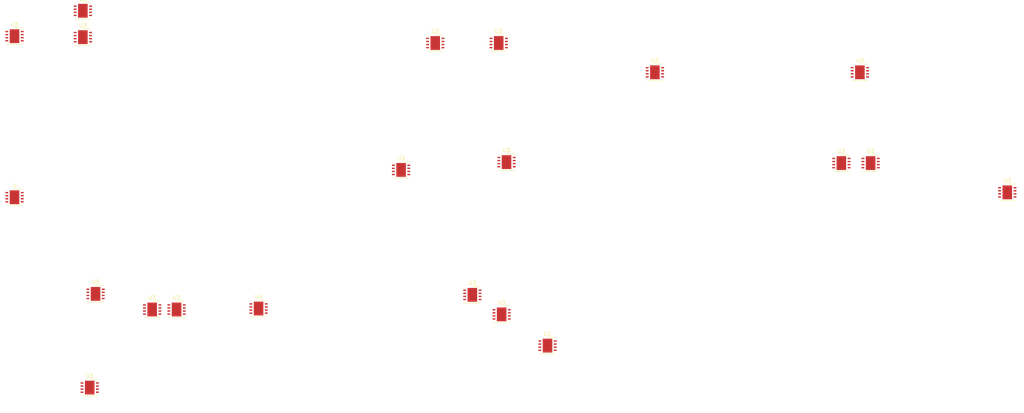
<source format=kicad_pcb>
(kicad_pcb (version 20171130) (host pcbnew "(5.1.6)-1")

  (general
    (thickness 1.6)
    (drawings 50)
    (tracks 0)
    (zones 0)
    (modules 21)
    (nets 27)
  )

  (page A4)
  (layers
    (0 F.Cu signal)
    (31 B.Cu signal hide)
    (32 B.Adhes user hide)
    (33 F.Adhes user hide)
    (34 B.Paste user hide)
    (35 F.Paste user hide)
    (36 B.SilkS user hide)
    (37 F.SilkS user hide)
    (38 B.Mask user hide)
    (39 F.Mask user hide)
    (40 Dwgs.User user)
    (41 Cmts.User user)
    (42 Eco1.User user hide)
    (43 Eco2.User user hide)
    (44 Edge.Cuts user hide)
    (45 Margin user hide)
    (46 B.CrtYd user hide)
    (47 F.CrtYd user)
    (48 B.Fab user hide)
    (49 F.Fab user)
  )

  (setup
    (last_trace_width 0.25)
    (trace_clearance 0.2)
    (zone_clearance 0.508)
    (zone_45_only no)
    (trace_min 0.2)
    (via_size 0.8)
    (via_drill 0.4)
    (via_min_size 0.4)
    (via_min_drill 0.3)
    (uvia_size 0.3)
    (uvia_drill 0.1)
    (uvias_allowed no)
    (uvia_min_size 0.2)
    (uvia_min_drill 0.1)
    (edge_width 0.05)
    (segment_width 0.2)
    (pcb_text_width 0.3)
    (pcb_text_size 1.5 1.5)
    (mod_edge_width 0.12)
    (mod_text_size 1 1)
    (mod_text_width 0.15)
    (pad_size 1.524 1.524)
    (pad_drill 0.762)
    (pad_to_mask_clearance 0.05)
    (aux_axis_origin 0 0)
    (visible_elements FFE2A027)
    (pcbplotparams
      (layerselection 0x010fc_ffffffff)
      (usegerberextensions false)
      (usegerberattributes true)
      (usegerberadvancedattributes true)
      (creategerberjobfile true)
      (excludeedgelayer true)
      (linewidth 0.100000)
      (plotframeref false)
      (viasonmask false)
      (mode 1)
      (useauxorigin false)
      (hpglpennumber 1)
      (hpglpenspeed 20)
      (hpglpendiameter 15.000000)
      (psnegative false)
      (psa4output false)
      (plotreference true)
      (plotvalue true)
      (plotinvisibletext false)
      (padsonsilk false)
      (subtractmaskfromsilk false)
      (outputformat 1)
      (mirror false)
      (drillshape 1)
      (scaleselection 1)
      (outputdirectory ""))
  )

  (net 0 "")
  (net 1 "Net-(U1-Pad6)")
  (net 2 "Net-(U1-Pad3)")
  (net 3 "Net-(U1-Pad5)")
  (net 4 "Net-(U1-Pad2)")
  (net 5 "Net-(U1-Pad4)")
  (net 6 "Net-(U1-Pad1)")
  (net 7 "Net-(U2-Pad3)")
  (net 8 "Net-(U2-Pad2)")
  (net 9 "Net-(U2-Pad4)")
  (net 10 "Net-(U2-Pad1)")
  (net 11 "Net-(U1-Pad~)")
  (net 12 "Net-(U2-Pad19)")
  (net 13 "Net-(U2-Pad18)")
  (net 14 "Net-(U2-Pad20)")
  (net 15 "Net-(U1-Pad8)")
  (net 16 "Net-(U2-Pad16)")
  (net 17 "Net-(U2-Pad25)")
  (net 18 "Net-(U4-Pad4)")
  (net 19 "Net-(U2-Pad26)")
  (net 20 "Net-(U4-Pad3)")
  (net 21 "Net-(U1-Pad7)")
  (net 22 "Net-(U2-Pad9)")
  (net 23 "Net-(U2-Pad8)")
  (net 24 H-ROUTER...)
  (net 25 "Net-(U2-Pad24)")
  (net 26 "Net-(U2-Pad17)")

  (net_class Default "This is the default net class."
    (clearance 0.2)
    (trace_width 0.25)
    (via_dia 0.8)
    (via_drill 0.4)
    (uvia_dia 0.3)
    (uvia_drill 0.1)
    (add_net H-ROUTER...)
    (add_net "Net-(U1-Pad1)")
    (add_net "Net-(U1-Pad2)")
    (add_net "Net-(U1-Pad3)")
    (add_net "Net-(U1-Pad4)")
    (add_net "Net-(U1-Pad5)")
    (add_net "Net-(U1-Pad6)")
    (add_net "Net-(U1-Pad7)")
    (add_net "Net-(U1-Pad8)")
    (add_net "Net-(U1-Pad~)")
    (add_net "Net-(U2-Pad1)")
    (add_net "Net-(U2-Pad16)")
    (add_net "Net-(U2-Pad17)")
    (add_net "Net-(U2-Pad18)")
    (add_net "Net-(U2-Pad19)")
    (add_net "Net-(U2-Pad2)")
    (add_net "Net-(U2-Pad20)")
    (add_net "Net-(U2-Pad24)")
    (add_net "Net-(U2-Pad25)")
    (add_net "Net-(U2-Pad26)")
    (add_net "Net-(U2-Pad3)")
    (add_net "Net-(U2-Pad4)")
    (add_net "Net-(U2-Pad8)")
    (add_net "Net-(U2-Pad9)")
    (add_net "Net-(U4-Pad3)")
    (add_net "Net-(U4-Pad4)")
  )

  (module Package_DFN_QFN:DFN-8-1EP_4x4mm_P0.8mm_EP2.5x3.6mm (layer F.Cu) (tedit 5EA4BE0B) (tstamp 5ED50530)
    (at 137.922 121.412)
    (descr "8-Lead Plastic Dual Flat, No Lead Package (MD) - 4x4x0.9 mm Body [DFN] (see Microchip Packaging Specification 00000049BS.pdf)")
    (tags "DFN 0.8")
    (path /5ED38158)
    (attr smd)
    (fp_text reference U3 (at 0 -3.075) (layer F.SilkS)
      (effects (font (size 1 1) (thickness 0.15)))
    )
    (fp_text value T (at 0 3.075) (layer F.Fab)
      (effects (font (size 1 1) (thickness 0.15)))
    )
    (fp_line (start 0 -2.15) (end 2 -2.15) (layer F.SilkS) (width 0.15))
    (fp_line (start -2 2.15) (end 2 2.15) (layer F.SilkS) (width 0.15))
    (fp_line (start -2.65 2.35) (end 2.65 2.35) (layer F.CrtYd) (width 0.05))
    (fp_line (start -2.65 -2.35) (end 2.65 -2.35) (layer F.CrtYd) (width 0.05))
    (fp_line (start 2.65 -2.35) (end 2.65 2.35) (layer F.CrtYd) (width 0.05))
    (fp_line (start -2.65 -2.35) (end -2.65 2.35) (layer F.CrtYd) (width 0.05))
    (fp_line (start -2 -1) (end -1 -2) (layer F.Fab) (width 0.15))
    (fp_line (start -2 2) (end -2 -1) (layer F.Fab) (width 0.15))
    (fp_line (start 2 2) (end -2 2) (layer F.Fab) (width 0.15))
    (fp_line (start 2 -2) (end 2 2) (layer F.Fab) (width 0.15))
    (fp_line (start -1 -2) (end 2 -2) (layer F.Fab) (width 0.15))
    (fp_text user %R (at 0 0) (layer F.Fab)
      (effects (font (size 1 1) (thickness 0.15)))
    )
    (pad 1 smd rect (at -2 -1.2) (size 0.75 0.35) (layers F.Cu F.Paste F.Mask))
    (pad 2 smd rect (at -2 -0.4) (size 0.75 0.35) (layers F.Cu F.Paste F.Mask))
    (pad 3 smd rect (at -2 0.4) (size 0.75 0.35) (layers F.Cu F.Paste F.Mask))
    (pad 4 smd rect (at -2 1.2) (size 0.75 0.35) (layers F.Cu F.Paste F.Mask))
    (pad 5 smd rect (at 2 1.2) (size 0.75 0.35) (layers F.Cu F.Paste F.Mask))
    (pad 6 smd rect (at 2 0.4) (size 0.75 0.35) (layers F.Cu F.Paste F.Mask))
    (pad 7 smd rect (at 2 -0.4) (size 0.75 0.35) (layers F.Cu F.Paste F.Mask))
    (pad 8 smd rect (at 2 -1.2) (size 0.75 0.35) (layers F.Cu F.Paste F.Mask))
    (pad "" smd rect (at -0.625 -1.2) (size 1 1) (layers F.Paste))
    (pad 9 smd rect (at 0 0) (size 2.5 3.6) (layers F.Cu F.Mask))
    (pad "" smd rect (at 0.625 -1.2) (size 1 1) (layers F.Paste))
    (pad "" smd rect (at 0.625 0) (size 1 1) (layers F.Paste))
    (pad "" smd rect (at -0.625 0) (size 1 1) (layers F.Paste))
    (pad "" smd rect (at 0.625 1.2) (size 1 1) (layers F.Paste))
    (pad "" smd rect (at -0.625 1.2) (size 1 1) (layers F.Paste))
    (model ${KISYS3DMOD}/Package_DFN_QFN.3dshapes/DFN-8-1EP_4x4mm_P0.8mm_EP2.5x3.6mm.wrl
      (at (xyz 0 0 0))
      (scale (xyz 1 1 1))
      (rotate (xyz 0 0 0))
    )
  )

  (module Package_DFN_QFN:DFN-8-1EP_4x4mm_P0.8mm_EP2.5x3.6mm (layer F.Cu) (tedit 5EA4BE0B) (tstamp 5ED5041D)
    (at 241.554 87.122)
    (descr "8-Lead Plastic Dual Flat, No Lead Package (MD) - 4x4x0.9 mm Body [DFN] (see Microchip Packaging Specification 00000049BS.pdf)")
    (tags "DFN 0.8")
    (path /5ED38158)
    (attr smd)
    (fp_text reference U3 (at 0 -3.075) (layer F.SilkS)
      (effects (font (size 1 1) (thickness 0.15)))
    )
    (fp_text value R (at 0 3.075) (layer F.Fab)
      (effects (font (size 1 1) (thickness 0.15)))
    )
    (fp_line (start 0 -2.15) (end 2 -2.15) (layer F.SilkS) (width 0.15))
    (fp_line (start -2 2.15) (end 2 2.15) (layer F.SilkS) (width 0.15))
    (fp_line (start -2.65 2.35) (end 2.65 2.35) (layer F.CrtYd) (width 0.05))
    (fp_line (start -2.65 -2.35) (end 2.65 -2.35) (layer F.CrtYd) (width 0.05))
    (fp_line (start 2.65 -2.35) (end 2.65 2.35) (layer F.CrtYd) (width 0.05))
    (fp_line (start -2.65 -2.35) (end -2.65 2.35) (layer F.CrtYd) (width 0.05))
    (fp_line (start -2 -1) (end -1 -2) (layer F.Fab) (width 0.15))
    (fp_line (start -2 2) (end -2 -1) (layer F.Fab) (width 0.15))
    (fp_line (start 2 2) (end -2 2) (layer F.Fab) (width 0.15))
    (fp_line (start 2 -2) (end 2 2) (layer F.Fab) (width 0.15))
    (fp_line (start -1 -2) (end 2 -2) (layer F.Fab) (width 0.15))
    (fp_text user %R (at 0 0) (layer F.Fab)
      (effects (font (size 1 1) (thickness 0.15)))
    )
    (pad 1 smd rect (at -2 -1.2) (size 0.75 0.35) (layers F.Cu F.Paste F.Mask))
    (pad 2 smd rect (at -2 -0.4) (size 0.75 0.35) (layers F.Cu F.Paste F.Mask))
    (pad 3 smd rect (at -2 0.4) (size 0.75 0.35) (layers F.Cu F.Paste F.Mask))
    (pad 4 smd rect (at -2 1.2) (size 0.75 0.35) (layers F.Cu F.Paste F.Mask))
    (pad 5 smd rect (at 2 1.2) (size 0.75 0.35) (layers F.Cu F.Paste F.Mask))
    (pad 6 smd rect (at 2 0.4) (size 0.75 0.35) (layers F.Cu F.Paste F.Mask))
    (pad 7 smd rect (at 2 -0.4) (size 0.75 0.35) (layers F.Cu F.Paste F.Mask))
    (pad 8 smd rect (at 2 -1.2) (size 0.75 0.35) (layers F.Cu F.Paste F.Mask))
    (pad "" smd rect (at -0.625 -1.2) (size 1 1) (layers F.Paste))
    (pad 9 smd rect (at 0 0) (size 2.5 3.6) (layers F.Cu F.Mask))
    (pad "" smd rect (at 0.625 -1.2) (size 1 1) (layers F.Paste))
    (pad "" smd rect (at 0.625 0) (size 1 1) (layers F.Paste))
    (pad "" smd rect (at -0.625 0) (size 1 1) (layers F.Paste))
    (pad "" smd rect (at 0.625 1.2) (size 1 1) (layers F.Paste))
    (pad "" smd rect (at -0.625 1.2) (size 1 1) (layers F.Paste))
    (model ${KISYS3DMOD}/Package_DFN_QFN.3dshapes/DFN-8-1EP_4x4mm_P0.8mm_EP2.5x3.6mm.wrl
      (at (xyz 0 0 0))
      (scale (xyz 1 1 1))
      (rotate (xyz 0 0 0))
    )
  )

  (module Package_DFN_QFN:DFN-8-1EP_4x4mm_P0.8mm_EP2.5x3.6mm (layer F.Cu) (tedit 5EA4BE0B) (tstamp 5ED5041D)
    (at 277.114 94.742)
    (descr "8-Lead Plastic Dual Flat, No Lead Package (MD) - 4x4x0.9 mm Body [DFN] (see Microchip Packaging Specification 00000049BS.pdf)")
    (tags "DFN 0.8")
    (path /5ED38158)
    (attr smd)
    (fp_text reference U3 (at 0 -3.075) (layer F.SilkS)
      (effects (font (size 1 1) (thickness 0.15)))
    )
    (fp_text value S (at 0 3.075) (layer F.Fab)
      (effects (font (size 1 1) (thickness 0.15)))
    )
    (fp_line (start 0 -2.15) (end 2 -2.15) (layer F.SilkS) (width 0.15))
    (fp_line (start -2 2.15) (end 2 2.15) (layer F.SilkS) (width 0.15))
    (fp_line (start -2.65 2.35) (end 2.65 2.35) (layer F.CrtYd) (width 0.05))
    (fp_line (start -2.65 -2.35) (end 2.65 -2.35) (layer F.CrtYd) (width 0.05))
    (fp_line (start 2.65 -2.35) (end 2.65 2.35) (layer F.CrtYd) (width 0.05))
    (fp_line (start -2.65 -2.35) (end -2.65 2.35) (layer F.CrtYd) (width 0.05))
    (fp_line (start -2 -1) (end -1 -2) (layer F.Fab) (width 0.15))
    (fp_line (start -2 2) (end -2 -1) (layer F.Fab) (width 0.15))
    (fp_line (start 2 2) (end -2 2) (layer F.Fab) (width 0.15))
    (fp_line (start 2 -2) (end 2 2) (layer F.Fab) (width 0.15))
    (fp_line (start -1 -2) (end 2 -2) (layer F.Fab) (width 0.15))
    (fp_text user %R (at 0 0) (layer F.Fab)
      (effects (font (size 1 1) (thickness 0.15)))
    )
    (pad 1 smd rect (at -2 -1.2) (size 0.75 0.35) (layers F.Cu F.Paste F.Mask))
    (pad 2 smd rect (at -2 -0.4) (size 0.75 0.35) (layers F.Cu F.Paste F.Mask))
    (pad 3 smd rect (at -2 0.4) (size 0.75 0.35) (layers F.Cu F.Paste F.Mask))
    (pad 4 smd rect (at -2 1.2) (size 0.75 0.35) (layers F.Cu F.Paste F.Mask))
    (pad 5 smd rect (at 2 1.2) (size 0.75 0.35) (layers F.Cu F.Paste F.Mask))
    (pad 6 smd rect (at 2 0.4) (size 0.75 0.35) (layers F.Cu F.Paste F.Mask))
    (pad 7 smd rect (at 2 -0.4) (size 0.75 0.35) (layers F.Cu F.Paste F.Mask))
    (pad 8 smd rect (at 2 -1.2) (size 0.75 0.35) (layers F.Cu F.Paste F.Mask))
    (pad "" smd rect (at -0.625 -1.2) (size 1 1) (layers F.Paste))
    (pad 9 smd rect (at 0 0) (size 2.5 3.6) (layers F.Cu F.Mask))
    (pad "" smd rect (at 0.625 -1.2) (size 1 1) (layers F.Paste))
    (pad "" smd rect (at 0.625 0) (size 1 1) (layers F.Paste))
    (pad "" smd rect (at -0.625 0) (size 1 1) (layers F.Paste))
    (pad "" smd rect (at 0.625 1.2) (size 1 1) (layers F.Paste))
    (pad "" smd rect (at -0.625 1.2) (size 1 1) (layers F.Paste))
    (model ${KISYS3DMOD}/Package_DFN_QFN.3dshapes/DFN-8-1EP_4x4mm_P0.8mm_EP2.5x3.6mm.wrl
      (at (xyz 0 0 0))
      (scale (xyz 1 1 1))
      (rotate (xyz 0 0 0))
    )
  )

  (module Package_DFN_QFN:DFN-8-1EP_4x4mm_P0.8mm_EP2.5x3.6mm (layer F.Cu) (tedit 5EA4BE0B) (tstamp 5ED4FA1C)
    (at 38.354 145.542)
    (descr "8-Lead Plastic Dual Flat, No Lead Package (MD) - 4x4x0.9 mm Body [DFN] (see Microchip Packaging Specification 00000049BS.pdf)")
    (tags "DFN 0.8")
    (path /5ED38158)
    (attr smd)
    (fp_text reference U3 (at 0 -3.075) (layer F.SilkS)
      (effects (font (size 1 1) (thickness 0.15)))
    )
    (fp_text value Q (at 0 3.075) (layer F.Fab)
      (effects (font (size 1 1) (thickness 0.15)))
    )
    (fp_line (start 0 -2.15) (end 2 -2.15) (layer F.SilkS) (width 0.15))
    (fp_line (start -2 2.15) (end 2 2.15) (layer F.SilkS) (width 0.15))
    (fp_line (start -2.65 2.35) (end 2.65 2.35) (layer F.CrtYd) (width 0.05))
    (fp_line (start -2.65 -2.35) (end 2.65 -2.35) (layer F.CrtYd) (width 0.05))
    (fp_line (start 2.65 -2.35) (end 2.65 2.35) (layer F.CrtYd) (width 0.05))
    (fp_line (start -2.65 -2.35) (end -2.65 2.35) (layer F.CrtYd) (width 0.05))
    (fp_line (start -2 -1) (end -1 -2) (layer F.Fab) (width 0.15))
    (fp_line (start -2 2) (end -2 -1) (layer F.Fab) (width 0.15))
    (fp_line (start 2 2) (end -2 2) (layer F.Fab) (width 0.15))
    (fp_line (start 2 -2) (end 2 2) (layer F.Fab) (width 0.15))
    (fp_line (start -1 -2) (end 2 -2) (layer F.Fab) (width 0.15))
    (fp_text user %R (at 0 0) (layer F.Fab)
      (effects (font (size 1 1) (thickness 0.15)))
    )
    (pad "" smd rect (at -0.625 1.2) (size 1 1) (layers F.Paste))
    (pad "" smd rect (at 0.625 1.2) (size 1 1) (layers F.Paste))
    (pad "" smd rect (at -0.625 0) (size 1 1) (layers F.Paste))
    (pad "" smd rect (at 0.625 0) (size 1 1) (layers F.Paste))
    (pad "" smd rect (at 0.625 -1.2) (size 1 1) (layers F.Paste))
    (pad 9 smd rect (at 0 0) (size 2.5 3.6) (layers F.Cu F.Mask))
    (pad "" smd rect (at -0.625 -1.2) (size 1 1) (layers F.Paste))
    (pad 8 smd rect (at 2 -1.2) (size 0.75 0.35) (layers F.Cu F.Paste F.Mask))
    (pad 7 smd rect (at 2 -0.4) (size 0.75 0.35) (layers F.Cu F.Paste F.Mask))
    (pad 6 smd rect (at 2 0.4) (size 0.75 0.35) (layers F.Cu F.Paste F.Mask))
    (pad 5 smd rect (at 2 1.2) (size 0.75 0.35) (layers F.Cu F.Paste F.Mask))
    (pad 4 smd rect (at -2 1.2) (size 0.75 0.35) (layers F.Cu F.Paste F.Mask))
    (pad 3 smd rect (at -2 0.4) (size 0.75 0.35) (layers F.Cu F.Paste F.Mask))
    (pad 2 smd rect (at -2 -0.4) (size 0.75 0.35) (layers F.Cu F.Paste F.Mask))
    (pad 1 smd rect (at -2 -1.2) (size 0.75 0.35) (layers F.Cu F.Paste F.Mask))
    (model ${KISYS3DMOD}/Package_DFN_QFN.3dshapes/DFN-8-1EP_4x4mm_P0.8mm_EP2.5x3.6mm.wrl
      (at (xyz 0 0 0))
      (scale (xyz 1 1 1))
      (rotate (xyz 0 0 0))
    )
  )

  (module Package_DFN_QFN:DFN-8-1EP_4x4mm_P0.8mm_EP2.5x3.6mm (layer F.Cu) (tedit 5EA4BE0B) (tstamp 5ED501C1)
    (at 119.38 88.9)
    (descr "8-Lead Plastic Dual Flat, No Lead Package (MD) - 4x4x0.9 mm Body [DFN] (see Microchip Packaging Specification 00000049BS.pdf)")
    (tags "DFN 0.8")
    (path /5ED38158)
    (attr smd)
    (fp_text reference U3 (at 0 -3.075) (layer F.SilkS)
      (effects (font (size 1 1) (thickness 0.15)))
    )
    (fp_text value P (at 0 3.075) (layer F.Fab)
      (effects (font (size 1 1) (thickness 0.15)))
    )
    (fp_line (start 0 -2.15) (end 2 -2.15) (layer F.SilkS) (width 0.15))
    (fp_line (start -2 2.15) (end 2 2.15) (layer F.SilkS) (width 0.15))
    (fp_line (start -2.65 2.35) (end 2.65 2.35) (layer F.CrtYd) (width 0.05))
    (fp_line (start -2.65 -2.35) (end 2.65 -2.35) (layer F.CrtYd) (width 0.05))
    (fp_line (start 2.65 -2.35) (end 2.65 2.35) (layer F.CrtYd) (width 0.05))
    (fp_line (start -2.65 -2.35) (end -2.65 2.35) (layer F.CrtYd) (width 0.05))
    (fp_line (start -2 -1) (end -1 -2) (layer F.Fab) (width 0.15))
    (fp_line (start -2 2) (end -2 -1) (layer F.Fab) (width 0.15))
    (fp_line (start 2 2) (end -2 2) (layer F.Fab) (width 0.15))
    (fp_line (start 2 -2) (end 2 2) (layer F.Fab) (width 0.15))
    (fp_line (start -1 -2) (end 2 -2) (layer F.Fab) (width 0.15))
    (fp_text user %R (at 0 0) (layer F.Fab)
      (effects (font (size 1 1) (thickness 0.15)))
    )
    (pad "" smd rect (at -0.625 1.2) (size 1 1) (layers F.Paste))
    (pad "" smd rect (at 0.625 1.2) (size 1 1) (layers F.Paste))
    (pad "" smd rect (at -0.625 0) (size 1 1) (layers F.Paste))
    (pad "" smd rect (at 0.625 0) (size 1 1) (layers F.Paste))
    (pad "" smd rect (at 0.625 -1.2) (size 1 1) (layers F.Paste))
    (pad 9 smd rect (at 0 0) (size 2.5 3.6) (layers F.Cu F.Mask))
    (pad "" smd rect (at -0.625 -1.2) (size 1 1) (layers F.Paste))
    (pad 8 smd rect (at 2 -1.2) (size 0.75 0.35) (layers F.Cu F.Paste F.Mask))
    (pad 7 smd rect (at 2 -0.4) (size 0.75 0.35) (layers F.Cu F.Paste F.Mask))
    (pad 6 smd rect (at 2 0.4) (size 0.75 0.35) (layers F.Cu F.Paste F.Mask))
    (pad 5 smd rect (at 2 1.2) (size 0.75 0.35) (layers F.Cu F.Paste F.Mask))
    (pad 4 smd rect (at -2 1.2) (size 0.75 0.35) (layers F.Cu F.Paste F.Mask))
    (pad 3 smd rect (at -2 0.4) (size 0.75 0.35) (layers F.Cu F.Paste F.Mask))
    (pad 2 smd rect (at -2 -0.4) (size 0.75 0.35) (layers F.Cu F.Paste F.Mask))
    (pad 1 smd rect (at -2 -1.2) (size 0.75 0.35) (layers F.Cu F.Paste F.Mask))
    (model ${KISYS3DMOD}/Package_DFN_QFN.3dshapes/DFN-8-1EP_4x4mm_P0.8mm_EP2.5x3.6mm.wrl
      (at (xyz 0 0 0))
      (scale (xyz 1 1 1))
      (rotate (xyz 0 0 0))
    )
  )

  (module Package_DFN_QFN:DFN-8-1EP_4x4mm_P0.8mm_EP2.5x3.6mm (layer F.Cu) (tedit 5EA4BE0B) (tstamp 5ED4FA1C)
    (at 144.78 55.88)
    (descr "8-Lead Plastic Dual Flat, No Lead Package (MD) - 4x4x0.9 mm Body [DFN] (see Microchip Packaging Specification 00000049BS.pdf)")
    (tags "DFN 0.8")
    (path /5ED38158)
    (attr smd)
    (fp_text reference U3 (at 0 -3.075) (layer F.SilkS)
      (effects (font (size 1 1) (thickness 0.15)))
    )
    (fp_text value O (at 0 3.075) (layer F.Fab)
      (effects (font (size 1 1) (thickness 0.15)))
    )
    (fp_line (start 0 -2.15) (end 2 -2.15) (layer F.SilkS) (width 0.15))
    (fp_line (start -2 2.15) (end 2 2.15) (layer F.SilkS) (width 0.15))
    (fp_line (start -2.65 2.35) (end 2.65 2.35) (layer F.CrtYd) (width 0.05))
    (fp_line (start -2.65 -2.35) (end 2.65 -2.35) (layer F.CrtYd) (width 0.05))
    (fp_line (start 2.65 -2.35) (end 2.65 2.35) (layer F.CrtYd) (width 0.05))
    (fp_line (start -2.65 -2.35) (end -2.65 2.35) (layer F.CrtYd) (width 0.05))
    (fp_line (start -2 -1) (end -1 -2) (layer F.Fab) (width 0.15))
    (fp_line (start -2 2) (end -2 -1) (layer F.Fab) (width 0.15))
    (fp_line (start 2 2) (end -2 2) (layer F.Fab) (width 0.15))
    (fp_line (start 2 -2) (end 2 2) (layer F.Fab) (width 0.15))
    (fp_line (start -1 -2) (end 2 -2) (layer F.Fab) (width 0.15))
    (fp_text user %R (at 0 0) (layer F.Fab)
      (effects (font (size 1 1) (thickness 0.15)))
    )
    (pad "" smd rect (at -0.625 1.2) (size 1 1) (layers F.Paste))
    (pad "" smd rect (at 0.625 1.2) (size 1 1) (layers F.Paste))
    (pad "" smd rect (at -0.625 0) (size 1 1) (layers F.Paste))
    (pad "" smd rect (at 0.625 0) (size 1 1) (layers F.Paste))
    (pad "" smd rect (at 0.625 -1.2) (size 1 1) (layers F.Paste))
    (pad 9 smd rect (at 0 0) (size 2.5 3.6) (layers F.Cu F.Mask))
    (pad "" smd rect (at -0.625 -1.2) (size 1 1) (layers F.Paste))
    (pad 8 smd rect (at 2 -1.2) (size 0.75 0.35) (layers F.Cu F.Paste F.Mask))
    (pad 7 smd rect (at 2 -0.4) (size 0.75 0.35) (layers F.Cu F.Paste F.Mask))
    (pad 6 smd rect (at 2 0.4) (size 0.75 0.35) (layers F.Cu F.Paste F.Mask))
    (pad 5 smd rect (at 2 1.2) (size 0.75 0.35) (layers F.Cu F.Paste F.Mask))
    (pad 4 smd rect (at -2 1.2) (size 0.75 0.35) (layers F.Cu F.Paste F.Mask))
    (pad 3 smd rect (at -2 0.4) (size 0.75 0.35) (layers F.Cu F.Paste F.Mask))
    (pad 2 smd rect (at -2 -0.4) (size 0.75 0.35) (layers F.Cu F.Paste F.Mask))
    (pad 1 smd rect (at -2 -1.2) (size 0.75 0.35) (layers F.Cu F.Paste F.Mask))
    (model ${KISYS3DMOD}/Package_DFN_QFN.3dshapes/DFN-8-1EP_4x4mm_P0.8mm_EP2.5x3.6mm.wrl
      (at (xyz 0 0 0))
      (scale (xyz 1 1 1))
      (rotate (xyz 0 0 0))
    )
  )

  (module Package_DFN_QFN:DFN-8-1EP_4x4mm_P0.8mm_EP2.5x3.6mm (layer F.Cu) (tedit 5EA4BE0B) (tstamp 5ED4FA1C)
    (at 238.76 63.5)
    (descr "8-Lead Plastic Dual Flat, No Lead Package (MD) - 4x4x0.9 mm Body [DFN] (see Microchip Packaging Specification 00000049BS.pdf)")
    (tags "DFN 0.8")
    (path /5ED38158)
    (attr smd)
    (fp_text reference U3 (at 0 -3.075) (layer F.SilkS)
      (effects (font (size 1 1) (thickness 0.15)))
    )
    (fp_text value N (at 0 3.075) (layer F.Fab)
      (effects (font (size 1 1) (thickness 0.15)))
    )
    (fp_line (start 0 -2.15) (end 2 -2.15) (layer F.SilkS) (width 0.15))
    (fp_line (start -2 2.15) (end 2 2.15) (layer F.SilkS) (width 0.15))
    (fp_line (start -2.65 2.35) (end 2.65 2.35) (layer F.CrtYd) (width 0.05))
    (fp_line (start -2.65 -2.35) (end 2.65 -2.35) (layer F.CrtYd) (width 0.05))
    (fp_line (start 2.65 -2.35) (end 2.65 2.35) (layer F.CrtYd) (width 0.05))
    (fp_line (start -2.65 -2.35) (end -2.65 2.35) (layer F.CrtYd) (width 0.05))
    (fp_line (start -2 -1) (end -1 -2) (layer F.Fab) (width 0.15))
    (fp_line (start -2 2) (end -2 -1) (layer F.Fab) (width 0.15))
    (fp_line (start 2 2) (end -2 2) (layer F.Fab) (width 0.15))
    (fp_line (start 2 -2) (end 2 2) (layer F.Fab) (width 0.15))
    (fp_line (start -1 -2) (end 2 -2) (layer F.Fab) (width 0.15))
    (fp_text user %R (at 0 0) (layer F.Fab)
      (effects (font (size 1 1) (thickness 0.15)))
    )
    (pad "" smd rect (at -0.625 1.2) (size 1 1) (layers F.Paste))
    (pad "" smd rect (at 0.625 1.2) (size 1 1) (layers F.Paste))
    (pad "" smd rect (at -0.625 0) (size 1 1) (layers F.Paste))
    (pad "" smd rect (at 0.625 0) (size 1 1) (layers F.Paste))
    (pad "" smd rect (at 0.625 -1.2) (size 1 1) (layers F.Paste))
    (pad 9 smd rect (at 0 0) (size 2.5 3.6) (layers F.Cu F.Mask))
    (pad "" smd rect (at -0.625 -1.2) (size 1 1) (layers F.Paste))
    (pad 8 smd rect (at 2 -1.2) (size 0.75 0.35) (layers F.Cu F.Paste F.Mask))
    (pad 7 smd rect (at 2 -0.4) (size 0.75 0.35) (layers F.Cu F.Paste F.Mask))
    (pad 6 smd rect (at 2 0.4) (size 0.75 0.35) (layers F.Cu F.Paste F.Mask))
    (pad 5 smd rect (at 2 1.2) (size 0.75 0.35) (layers F.Cu F.Paste F.Mask))
    (pad 4 smd rect (at -2 1.2) (size 0.75 0.35) (layers F.Cu F.Paste F.Mask))
    (pad 3 smd rect (at -2 0.4) (size 0.75 0.35) (layers F.Cu F.Paste F.Mask))
    (pad 2 smd rect (at -2 -0.4) (size 0.75 0.35) (layers F.Cu F.Paste F.Mask))
    (pad 1 smd rect (at -2 -1.2) (size 0.75 0.35) (layers F.Cu F.Paste F.Mask))
    (model ${KISYS3DMOD}/Package_DFN_QFN.3dshapes/DFN-8-1EP_4x4mm_P0.8mm_EP2.5x3.6mm.wrl
      (at (xyz 0 0 0))
      (scale (xyz 1 1 1))
      (rotate (xyz 0 0 0))
    )
  )

  (module Package_DFN_QFN:DFN-8-1EP_4x4mm_P0.8mm_EP2.5x3.6mm (layer F.Cu) (tedit 5EA4BE0B) (tstamp 5ED503E0)
    (at 233.934 87.122)
    (descr "8-Lead Plastic Dual Flat, No Lead Package (MD) - 4x4x0.9 mm Body [DFN] (see Microchip Packaging Specification 00000049BS.pdf)")
    (tags "DFN 0.8")
    (path /5ED38158)
    (attr smd)
    (fp_text reference U3 (at 0 -3.075) (layer F.SilkS)
      (effects (font (size 1 1) (thickness 0.15)))
    )
    (fp_text value M (at 0 3.075) (layer F.Fab)
      (effects (font (size 1 1) (thickness 0.15)))
    )
    (fp_line (start 0 -2.15) (end 2 -2.15) (layer F.SilkS) (width 0.15))
    (fp_line (start -2 2.15) (end 2 2.15) (layer F.SilkS) (width 0.15))
    (fp_line (start -2.65 2.35) (end 2.65 2.35) (layer F.CrtYd) (width 0.05))
    (fp_line (start -2.65 -2.35) (end 2.65 -2.35) (layer F.CrtYd) (width 0.05))
    (fp_line (start 2.65 -2.35) (end 2.65 2.35) (layer F.CrtYd) (width 0.05))
    (fp_line (start -2.65 -2.35) (end -2.65 2.35) (layer F.CrtYd) (width 0.05))
    (fp_line (start -2 -1) (end -1 -2) (layer F.Fab) (width 0.15))
    (fp_line (start -2 2) (end -2 -1) (layer F.Fab) (width 0.15))
    (fp_line (start 2 2) (end -2 2) (layer F.Fab) (width 0.15))
    (fp_line (start 2 -2) (end 2 2) (layer F.Fab) (width 0.15))
    (fp_line (start -1 -2) (end 2 -2) (layer F.Fab) (width 0.15))
    (fp_text user %R (at 0 0) (layer F.Fab)
      (effects (font (size 1 1) (thickness 0.15)))
    )
    (pad "" smd rect (at -0.625 1.2) (size 1 1) (layers F.Paste))
    (pad "" smd rect (at 0.625 1.2) (size 1 1) (layers F.Paste))
    (pad "" smd rect (at -0.625 0) (size 1 1) (layers F.Paste))
    (pad "" smd rect (at 0.625 0) (size 1 1) (layers F.Paste))
    (pad "" smd rect (at 0.625 -1.2) (size 1 1) (layers F.Paste))
    (pad 9 smd rect (at 0 0) (size 2.5 3.6) (layers F.Cu F.Mask))
    (pad "" smd rect (at -0.625 -1.2) (size 1 1) (layers F.Paste))
    (pad 8 smd rect (at 2 -1.2) (size 0.75 0.35) (layers F.Cu F.Paste F.Mask))
    (pad 7 smd rect (at 2 -0.4) (size 0.75 0.35) (layers F.Cu F.Paste F.Mask))
    (pad 6 smd rect (at 2 0.4) (size 0.75 0.35) (layers F.Cu F.Paste F.Mask))
    (pad 5 smd rect (at 2 1.2) (size 0.75 0.35) (layers F.Cu F.Paste F.Mask))
    (pad 4 smd rect (at -2 1.2) (size 0.75 0.35) (layers F.Cu F.Paste F.Mask))
    (pad 3 smd rect (at -2 0.4) (size 0.75 0.35) (layers F.Cu F.Paste F.Mask))
    (pad 2 smd rect (at -2 -0.4) (size 0.75 0.35) (layers F.Cu F.Paste F.Mask))
    (pad 1 smd rect (at -2 -1.2) (size 0.75 0.35) (layers F.Cu F.Paste F.Mask))
    (model ${KISYS3DMOD}/Package_DFN_QFN.3dshapes/DFN-8-1EP_4x4mm_P0.8mm_EP2.5x3.6mm.wrl
      (at (xyz 0 0 0))
      (scale (xyz 1 1 1))
      (rotate (xyz 0 0 0))
    )
  )

  (module Package_DFN_QFN:DFN-8-1EP_4x4mm_P0.8mm_EP2.5x3.6mm (layer F.Cu) (tedit 5EA4BE0B) (tstamp 5ED4FA1C)
    (at 146.812 86.868)
    (descr "8-Lead Plastic Dual Flat, No Lead Package (MD) - 4x4x0.9 mm Body [DFN] (see Microchip Packaging Specification 00000049BS.pdf)")
    (tags "DFN 0.8")
    (path /5ED38158)
    (attr smd)
    (fp_text reference U3 (at 0 -3.075) (layer F.SilkS)
      (effects (font (size 1 1) (thickness 0.15)))
    )
    (fp_text value H (at 0 3.075) (layer F.Fab)
      (effects (font (size 1 1) (thickness 0.15)))
    )
    (fp_line (start 0 -2.15) (end 2 -2.15) (layer F.SilkS) (width 0.15))
    (fp_line (start -2 2.15) (end 2 2.15) (layer F.SilkS) (width 0.15))
    (fp_line (start -2.65 2.35) (end 2.65 2.35) (layer F.CrtYd) (width 0.05))
    (fp_line (start -2.65 -2.35) (end 2.65 -2.35) (layer F.CrtYd) (width 0.05))
    (fp_line (start 2.65 -2.35) (end 2.65 2.35) (layer F.CrtYd) (width 0.05))
    (fp_line (start -2.65 -2.35) (end -2.65 2.35) (layer F.CrtYd) (width 0.05))
    (fp_line (start -2 -1) (end -1 -2) (layer F.Fab) (width 0.15))
    (fp_line (start -2 2) (end -2 -1) (layer F.Fab) (width 0.15))
    (fp_line (start 2 2) (end -2 2) (layer F.Fab) (width 0.15))
    (fp_line (start 2 -2) (end 2 2) (layer F.Fab) (width 0.15))
    (fp_line (start -1 -2) (end 2 -2) (layer F.Fab) (width 0.15))
    (fp_text user %R (at 0 0) (layer F.Fab)
      (effects (font (size 1 1) (thickness 0.15)))
    )
    (pad "" smd rect (at -0.625 1.2) (size 1 1) (layers F.Paste))
    (pad "" smd rect (at 0.625 1.2) (size 1 1) (layers F.Paste))
    (pad "" smd rect (at -0.625 0) (size 1 1) (layers F.Paste))
    (pad "" smd rect (at 0.625 0) (size 1 1) (layers F.Paste))
    (pad "" smd rect (at 0.625 -1.2) (size 1 1) (layers F.Paste))
    (pad 9 smd rect (at 0 0) (size 2.5 3.6) (layers F.Cu F.Mask))
    (pad "" smd rect (at -0.625 -1.2) (size 1 1) (layers F.Paste))
    (pad 8 smd rect (at 2 -1.2) (size 0.75 0.35) (layers F.Cu F.Paste F.Mask))
    (pad 7 smd rect (at 2 -0.4) (size 0.75 0.35) (layers F.Cu F.Paste F.Mask))
    (pad 6 smd rect (at 2 0.4) (size 0.75 0.35) (layers F.Cu F.Paste F.Mask))
    (pad 5 smd rect (at 2 1.2) (size 0.75 0.35) (layers F.Cu F.Paste F.Mask))
    (pad 4 smd rect (at -2 1.2) (size 0.75 0.35) (layers F.Cu F.Paste F.Mask))
    (pad 3 smd rect (at -2 0.4) (size 0.75 0.35) (layers F.Cu F.Paste F.Mask))
    (pad 2 smd rect (at -2 -0.4) (size 0.75 0.35) (layers F.Cu F.Paste F.Mask))
    (pad 1 smd rect (at -2 -1.2) (size 0.75 0.35) (layers F.Cu F.Paste F.Mask))
    (model ${KISYS3DMOD}/Package_DFN_QFN.3dshapes/DFN-8-1EP_4x4mm_P0.8mm_EP2.5x3.6mm.wrl
      (at (xyz 0 0 0))
      (scale (xyz 1 1 1))
      (rotate (xyz 0 0 0))
    )
  )

  (module Package_DFN_QFN:DFN-8-1EP_4x4mm_P0.8mm_EP2.5x3.6mm (layer F.Cu) (tedit 5EA4BE0B) (tstamp 5ED4FA1C)
    (at 185.42 63.5)
    (descr "8-Lead Plastic Dual Flat, No Lead Package (MD) - 4x4x0.9 mm Body [DFN] (see Microchip Packaging Specification 00000049BS.pdf)")
    (tags "DFN 0.8")
    (path /5ED38158)
    (attr smd)
    (fp_text reference U3 (at 0 -3.075) (layer F.SilkS)
      (effects (font (size 1 1) (thickness 0.15)))
    )
    (fp_text value J (at 0 3.075) (layer F.Fab)
      (effects (font (size 1 1) (thickness 0.15)))
    )
    (fp_line (start 0 -2.15) (end 2 -2.15) (layer F.SilkS) (width 0.15))
    (fp_line (start -2 2.15) (end 2 2.15) (layer F.SilkS) (width 0.15))
    (fp_line (start -2.65 2.35) (end 2.65 2.35) (layer F.CrtYd) (width 0.05))
    (fp_line (start -2.65 -2.35) (end 2.65 -2.35) (layer F.CrtYd) (width 0.05))
    (fp_line (start 2.65 -2.35) (end 2.65 2.35) (layer F.CrtYd) (width 0.05))
    (fp_line (start -2.65 -2.35) (end -2.65 2.35) (layer F.CrtYd) (width 0.05))
    (fp_line (start -2 -1) (end -1 -2) (layer F.Fab) (width 0.15))
    (fp_line (start -2 2) (end -2 -1) (layer F.Fab) (width 0.15))
    (fp_line (start 2 2) (end -2 2) (layer F.Fab) (width 0.15))
    (fp_line (start 2 -2) (end 2 2) (layer F.Fab) (width 0.15))
    (fp_line (start -1 -2) (end 2 -2) (layer F.Fab) (width 0.15))
    (fp_text user %R (at 0 0) (layer F.Fab)
      (effects (font (size 1 1) (thickness 0.15)))
    )
    (pad "" smd rect (at -0.625 1.2) (size 1 1) (layers F.Paste))
    (pad "" smd rect (at 0.625 1.2) (size 1 1) (layers F.Paste))
    (pad "" smd rect (at -0.625 0) (size 1 1) (layers F.Paste))
    (pad "" smd rect (at 0.625 0) (size 1 1) (layers F.Paste))
    (pad "" smd rect (at 0.625 -1.2) (size 1 1) (layers F.Paste))
    (pad 9 smd rect (at 0 0) (size 2.5 3.6) (layers F.Cu F.Mask))
    (pad "" smd rect (at -0.625 -1.2) (size 1 1) (layers F.Paste))
    (pad 8 smd rect (at 2 -1.2) (size 0.75 0.35) (layers F.Cu F.Paste F.Mask))
    (pad 7 smd rect (at 2 -0.4) (size 0.75 0.35) (layers F.Cu F.Paste F.Mask))
    (pad 6 smd rect (at 2 0.4) (size 0.75 0.35) (layers F.Cu F.Paste F.Mask))
    (pad 5 smd rect (at 2 1.2) (size 0.75 0.35) (layers F.Cu F.Paste F.Mask))
    (pad 4 smd rect (at -2 1.2) (size 0.75 0.35) (layers F.Cu F.Paste F.Mask))
    (pad 3 smd rect (at -2 0.4) (size 0.75 0.35) (layers F.Cu F.Paste F.Mask))
    (pad 2 smd rect (at -2 -0.4) (size 0.75 0.35) (layers F.Cu F.Paste F.Mask))
    (pad 1 smd rect (at -2 -1.2) (size 0.75 0.35) (layers F.Cu F.Paste F.Mask))
    (model ${KISYS3DMOD}/Package_DFN_QFN.3dshapes/DFN-8-1EP_4x4mm_P0.8mm_EP2.5x3.6mm.wrl
      (at (xyz 0 0 0))
      (scale (xyz 1 1 1))
      (rotate (xyz 0 0 0))
    )
  )

  (module Package_DFN_QFN:DFN-8-1EP_4x4mm_P0.8mm_EP2.5x3.6mm (layer F.Cu) (tedit 5EA4BE0B) (tstamp 5ED4FA1C)
    (at 145.542 126.492)
    (descr "8-Lead Plastic Dual Flat, No Lead Package (MD) - 4x4x0.9 mm Body [DFN] (see Microchip Packaging Specification 00000049BS.pdf)")
    (tags "DFN 0.8")
    (path /5ED38158)
    (attr smd)
    (fp_text reference U3 (at 0 -3.075) (layer F.SilkS)
      (effects (font (size 1 1) (thickness 0.15)))
    )
    (fp_text value I (at 0 3.075) (layer F.Fab)
      (effects (font (size 1 1) (thickness 0.15)))
    )
    (fp_line (start 0 -2.15) (end 2 -2.15) (layer F.SilkS) (width 0.15))
    (fp_line (start -2 2.15) (end 2 2.15) (layer F.SilkS) (width 0.15))
    (fp_line (start -2.65 2.35) (end 2.65 2.35) (layer F.CrtYd) (width 0.05))
    (fp_line (start -2.65 -2.35) (end 2.65 -2.35) (layer F.CrtYd) (width 0.05))
    (fp_line (start 2.65 -2.35) (end 2.65 2.35) (layer F.CrtYd) (width 0.05))
    (fp_line (start -2.65 -2.35) (end -2.65 2.35) (layer F.CrtYd) (width 0.05))
    (fp_line (start -2 -1) (end -1 -2) (layer F.Fab) (width 0.15))
    (fp_line (start -2 2) (end -2 -1) (layer F.Fab) (width 0.15))
    (fp_line (start 2 2) (end -2 2) (layer F.Fab) (width 0.15))
    (fp_line (start 2 -2) (end 2 2) (layer F.Fab) (width 0.15))
    (fp_line (start -1 -2) (end 2 -2) (layer F.Fab) (width 0.15))
    (fp_text user %R (at 0 0) (layer F.Fab)
      (effects (font (size 1 1) (thickness 0.15)))
    )
    (pad "" smd rect (at -0.625 1.2) (size 1 1) (layers F.Paste))
    (pad "" smd rect (at 0.625 1.2) (size 1 1) (layers F.Paste))
    (pad "" smd rect (at -0.625 0) (size 1 1) (layers F.Paste))
    (pad "" smd rect (at 0.625 0) (size 1 1) (layers F.Paste))
    (pad "" smd rect (at 0.625 -1.2) (size 1 1) (layers F.Paste))
    (pad 9 smd rect (at 0 0) (size 2.5 3.6) (layers F.Cu F.Mask))
    (pad "" smd rect (at -0.625 -1.2) (size 1 1) (layers F.Paste))
    (pad 8 smd rect (at 2 -1.2) (size 0.75 0.35) (layers F.Cu F.Paste F.Mask))
    (pad 7 smd rect (at 2 -0.4) (size 0.75 0.35) (layers F.Cu F.Paste F.Mask))
    (pad 6 smd rect (at 2 0.4) (size 0.75 0.35) (layers F.Cu F.Paste F.Mask))
    (pad 5 smd rect (at 2 1.2) (size 0.75 0.35) (layers F.Cu F.Paste F.Mask))
    (pad 4 smd rect (at -2 1.2) (size 0.75 0.35) (layers F.Cu F.Paste F.Mask))
    (pad 3 smd rect (at -2 0.4) (size 0.75 0.35) (layers F.Cu F.Paste F.Mask))
    (pad 2 smd rect (at -2 -0.4) (size 0.75 0.35) (layers F.Cu F.Paste F.Mask))
    (pad 1 smd rect (at -2 -1.2) (size 0.75 0.35) (layers F.Cu F.Paste F.Mask))
    (model ${KISYS3DMOD}/Package_DFN_QFN.3dshapes/DFN-8-1EP_4x4mm_P0.8mm_EP2.5x3.6mm.wrl
      (at (xyz 0 0 0))
      (scale (xyz 1 1 1))
      (rotate (xyz 0 0 0))
    )
  )

  (module Package_DFN_QFN:DFN-8-1EP_4x4mm_P0.8mm_EP2.5x3.6mm (layer F.Cu) (tedit 5EA4BE0B) (tstamp 5ED4FA1C)
    (at 128.27 55.88)
    (descr "8-Lead Plastic Dual Flat, No Lead Package (MD) - 4x4x0.9 mm Body [DFN] (see Microchip Packaging Specification 00000049BS.pdf)")
    (tags "DFN 0.8")
    (path /5ED38158)
    (attr smd)
    (fp_text reference U3 (at 0 -3.075) (layer F.SilkS)
      (effects (font (size 1 1) (thickness 0.15)))
    )
    (fp_text value K (at 0 3.075) (layer F.Fab)
      (effects (font (size 1 1) (thickness 0.15)))
    )
    (fp_line (start 0 -2.15) (end 2 -2.15) (layer F.SilkS) (width 0.15))
    (fp_line (start -2 2.15) (end 2 2.15) (layer F.SilkS) (width 0.15))
    (fp_line (start -2.65 2.35) (end 2.65 2.35) (layer F.CrtYd) (width 0.05))
    (fp_line (start -2.65 -2.35) (end 2.65 -2.35) (layer F.CrtYd) (width 0.05))
    (fp_line (start 2.65 -2.35) (end 2.65 2.35) (layer F.CrtYd) (width 0.05))
    (fp_line (start -2.65 -2.35) (end -2.65 2.35) (layer F.CrtYd) (width 0.05))
    (fp_line (start -2 -1) (end -1 -2) (layer F.Fab) (width 0.15))
    (fp_line (start -2 2) (end -2 -1) (layer F.Fab) (width 0.15))
    (fp_line (start 2 2) (end -2 2) (layer F.Fab) (width 0.15))
    (fp_line (start 2 -2) (end 2 2) (layer F.Fab) (width 0.15))
    (fp_line (start -1 -2) (end 2 -2) (layer F.Fab) (width 0.15))
    (fp_text user %R (at 0 0) (layer F.Fab)
      (effects (font (size 1 1) (thickness 0.15)))
    )
    (pad "" smd rect (at -0.625 1.2) (size 1 1) (layers F.Paste))
    (pad "" smd rect (at 0.625 1.2) (size 1 1) (layers F.Paste))
    (pad "" smd rect (at -0.625 0) (size 1 1) (layers F.Paste))
    (pad "" smd rect (at 0.625 0) (size 1 1) (layers F.Paste))
    (pad "" smd rect (at 0.625 -1.2) (size 1 1) (layers F.Paste))
    (pad 9 smd rect (at 0 0) (size 2.5 3.6) (layers F.Cu F.Mask))
    (pad "" smd rect (at -0.625 -1.2) (size 1 1) (layers F.Paste))
    (pad 8 smd rect (at 2 -1.2) (size 0.75 0.35) (layers F.Cu F.Paste F.Mask))
    (pad 7 smd rect (at 2 -0.4) (size 0.75 0.35) (layers F.Cu F.Paste F.Mask))
    (pad 6 smd rect (at 2 0.4) (size 0.75 0.35) (layers F.Cu F.Paste F.Mask))
    (pad 5 smd rect (at 2 1.2) (size 0.75 0.35) (layers F.Cu F.Paste F.Mask))
    (pad 4 smd rect (at -2 1.2) (size 0.75 0.35) (layers F.Cu F.Paste F.Mask))
    (pad 3 smd rect (at -2 0.4) (size 0.75 0.35) (layers F.Cu F.Paste F.Mask))
    (pad 2 smd rect (at -2 -0.4) (size 0.75 0.35) (layers F.Cu F.Paste F.Mask))
    (pad 1 smd rect (at -2 -1.2) (size 0.75 0.35) (layers F.Cu F.Paste F.Mask))
    (model ${KISYS3DMOD}/Package_DFN_QFN.3dshapes/DFN-8-1EP_4x4mm_P0.8mm_EP2.5x3.6mm.wrl
      (at (xyz 0 0 0))
      (scale (xyz 1 1 1))
      (rotate (xyz 0 0 0))
    )
  )

  (module Package_DFN_QFN:DFN-8-1EP_4x4mm_P0.8mm_EP2.5x3.6mm (layer F.Cu) (tedit 5EA4BE0B) (tstamp 5ED4FA1C)
    (at 36.576 54.356)
    (descr "8-Lead Plastic Dual Flat, No Lead Package (MD) - 4x4x0.9 mm Body [DFN] (see Microchip Packaging Specification 00000049BS.pdf)")
    (tags "DFN 0.8")
    (path /5ED38158)
    (attr smd)
    (fp_text reference U3 (at 0 -3.075) (layer F.SilkS)
      (effects (font (size 1 1) (thickness 0.15)))
    )
    (fp_text value B (at 0 3.075) (layer F.Fab)
      (effects (font (size 1 1) (thickness 0.15)))
    )
    (fp_line (start 0 -2.15) (end 2 -2.15) (layer F.SilkS) (width 0.15))
    (fp_line (start -2 2.15) (end 2 2.15) (layer F.SilkS) (width 0.15))
    (fp_line (start -2.65 2.35) (end 2.65 2.35) (layer F.CrtYd) (width 0.05))
    (fp_line (start -2.65 -2.35) (end 2.65 -2.35) (layer F.CrtYd) (width 0.05))
    (fp_line (start 2.65 -2.35) (end 2.65 2.35) (layer F.CrtYd) (width 0.05))
    (fp_line (start -2.65 -2.35) (end -2.65 2.35) (layer F.CrtYd) (width 0.05))
    (fp_line (start -2 -1) (end -1 -2) (layer F.Fab) (width 0.15))
    (fp_line (start -2 2) (end -2 -1) (layer F.Fab) (width 0.15))
    (fp_line (start 2 2) (end -2 2) (layer F.Fab) (width 0.15))
    (fp_line (start 2 -2) (end 2 2) (layer F.Fab) (width 0.15))
    (fp_line (start -1 -2) (end 2 -2) (layer F.Fab) (width 0.15))
    (fp_text user %R (at 0 0) (layer F.Fab)
      (effects (font (size 1 1) (thickness 0.15)))
    )
    (pad "" smd rect (at -0.625 1.2) (size 1 1) (layers F.Paste))
    (pad "" smd rect (at 0.625 1.2) (size 1 1) (layers F.Paste))
    (pad "" smd rect (at -0.625 0) (size 1 1) (layers F.Paste))
    (pad "" smd rect (at 0.625 0) (size 1 1) (layers F.Paste))
    (pad "" smd rect (at 0.625 -1.2) (size 1 1) (layers F.Paste))
    (pad 9 smd rect (at 0 0) (size 2.5 3.6) (layers F.Cu F.Mask))
    (pad "" smd rect (at -0.625 -1.2) (size 1 1) (layers F.Paste))
    (pad 8 smd rect (at 2 -1.2) (size 0.75 0.35) (layers F.Cu F.Paste F.Mask))
    (pad 7 smd rect (at 2 -0.4) (size 0.75 0.35) (layers F.Cu F.Paste F.Mask))
    (pad 6 smd rect (at 2 0.4) (size 0.75 0.35) (layers F.Cu F.Paste F.Mask))
    (pad 5 smd rect (at 2 1.2) (size 0.75 0.35) (layers F.Cu F.Paste F.Mask))
    (pad 4 smd rect (at -2 1.2) (size 0.75 0.35) (layers F.Cu F.Paste F.Mask))
    (pad 3 smd rect (at -2 0.4) (size 0.75 0.35) (layers F.Cu F.Paste F.Mask))
    (pad 2 smd rect (at -2 -0.4) (size 0.75 0.35) (layers F.Cu F.Paste F.Mask))
    (pad 1 smd rect (at -2 -1.2) (size 0.75 0.35) (layers F.Cu F.Paste F.Mask))
    (model ${KISYS3DMOD}/Package_DFN_QFN.3dshapes/DFN-8-1EP_4x4mm_P0.8mm_EP2.5x3.6mm.wrl
      (at (xyz 0 0 0))
      (scale (xyz 1 1 1))
      (rotate (xyz 0 0 0))
    )
  )

  (module Package_DFN_QFN:DFN-8-1EP_4x4mm_P0.8mm_EP2.5x3.6mm (layer F.Cu) (tedit 5EA4BE0B) (tstamp 5ED4FA1C)
    (at 36.576 47.498)
    (descr "8-Lead Plastic Dual Flat, No Lead Package (MD) - 4x4x0.9 mm Body [DFN] (see Microchip Packaging Specification 00000049BS.pdf)")
    (tags "DFN 0.8")
    (path /5ED38158)
    (attr smd)
    (fp_text reference U3 (at 0 -3.075) (layer F.SilkS)
      (effects (font (size 1 1) (thickness 0.15)))
    )
    (fp_text value C (at 0 3.075) (layer F.Fab)
      (effects (font (size 1 1) (thickness 0.15)))
    )
    (fp_line (start 0 -2.15) (end 2 -2.15) (layer F.SilkS) (width 0.15))
    (fp_line (start -2 2.15) (end 2 2.15) (layer F.SilkS) (width 0.15))
    (fp_line (start -2.65 2.35) (end 2.65 2.35) (layer F.CrtYd) (width 0.05))
    (fp_line (start -2.65 -2.35) (end 2.65 -2.35) (layer F.CrtYd) (width 0.05))
    (fp_line (start 2.65 -2.35) (end 2.65 2.35) (layer F.CrtYd) (width 0.05))
    (fp_line (start -2.65 -2.35) (end -2.65 2.35) (layer F.CrtYd) (width 0.05))
    (fp_line (start -2 -1) (end -1 -2) (layer F.Fab) (width 0.15))
    (fp_line (start -2 2) (end -2 -1) (layer F.Fab) (width 0.15))
    (fp_line (start 2 2) (end -2 2) (layer F.Fab) (width 0.15))
    (fp_line (start 2 -2) (end 2 2) (layer F.Fab) (width 0.15))
    (fp_line (start -1 -2) (end 2 -2) (layer F.Fab) (width 0.15))
    (fp_text user %R (at 0 0) (layer F.Fab)
      (effects (font (size 1 1) (thickness 0.15)))
    )
    (pad "" smd rect (at -0.625 1.2) (size 1 1) (layers F.Paste))
    (pad "" smd rect (at 0.625 1.2) (size 1 1) (layers F.Paste))
    (pad "" smd rect (at -0.625 0) (size 1 1) (layers F.Paste))
    (pad "" smd rect (at 0.625 0) (size 1 1) (layers F.Paste))
    (pad "" smd rect (at 0.625 -1.2) (size 1 1) (layers F.Paste))
    (pad 9 smd rect (at 0 0) (size 2.5 3.6) (layers F.Cu F.Mask))
    (pad "" smd rect (at -0.625 -1.2) (size 1 1) (layers F.Paste))
    (pad 8 smd rect (at 2 -1.2) (size 0.75 0.35) (layers F.Cu F.Paste F.Mask))
    (pad 7 smd rect (at 2 -0.4) (size 0.75 0.35) (layers F.Cu F.Paste F.Mask))
    (pad 6 smd rect (at 2 0.4) (size 0.75 0.35) (layers F.Cu F.Paste F.Mask))
    (pad 5 smd rect (at 2 1.2) (size 0.75 0.35) (layers F.Cu F.Paste F.Mask))
    (pad 4 smd rect (at -2 1.2) (size 0.75 0.35) (layers F.Cu F.Paste F.Mask))
    (pad 3 smd rect (at -2 0.4) (size 0.75 0.35) (layers F.Cu F.Paste F.Mask))
    (pad 2 smd rect (at -2 -0.4) (size 0.75 0.35) (layers F.Cu F.Paste F.Mask))
    (pad 1 smd rect (at -2 -1.2) (size 0.75 0.35) (layers F.Cu F.Paste F.Mask))
    (model ${KISYS3DMOD}/Package_DFN_QFN.3dshapes/DFN-8-1EP_4x4mm_P0.8mm_EP2.5x3.6mm.wrl
      (at (xyz 0 0 0))
      (scale (xyz 1 1 1))
      (rotate (xyz 0 0 0))
    )
  )

  (module Package_DFN_QFN:DFN-8-1EP_4x4mm_P0.8mm_EP2.5x3.6mm (layer F.Cu) (tedit 5EA4BE0B) (tstamp 5ED4FA1C)
    (at 18.796 54.102)
    (descr "8-Lead Plastic Dual Flat, No Lead Package (MD) - 4x4x0.9 mm Body [DFN] (see Microchip Packaging Specification 00000049BS.pdf)")
    (tags "DFN 0.8")
    (path /5ED38158)
    (attr smd)
    (fp_text reference U3 (at 0 -3.075) (layer F.SilkS)
      (effects (font (size 1 1) (thickness 0.15)))
    )
    (fp_text value A (at 0 3.075) (layer F.Fab)
      (effects (font (size 1 1) (thickness 0.15)))
    )
    (fp_line (start 0 -2.15) (end 2 -2.15) (layer F.SilkS) (width 0.15))
    (fp_line (start -2 2.15) (end 2 2.15) (layer F.SilkS) (width 0.15))
    (fp_line (start -2.65 2.35) (end 2.65 2.35) (layer F.CrtYd) (width 0.05))
    (fp_line (start -2.65 -2.35) (end 2.65 -2.35) (layer F.CrtYd) (width 0.05))
    (fp_line (start 2.65 -2.35) (end 2.65 2.35) (layer F.CrtYd) (width 0.05))
    (fp_line (start -2.65 -2.35) (end -2.65 2.35) (layer F.CrtYd) (width 0.05))
    (fp_line (start -2 -1) (end -1 -2) (layer F.Fab) (width 0.15))
    (fp_line (start -2 2) (end -2 -1) (layer F.Fab) (width 0.15))
    (fp_line (start 2 2) (end -2 2) (layer F.Fab) (width 0.15))
    (fp_line (start 2 -2) (end 2 2) (layer F.Fab) (width 0.15))
    (fp_line (start -1 -2) (end 2 -2) (layer F.Fab) (width 0.15))
    (fp_text user %R (at 0 0) (layer F.Fab)
      (effects (font (size 1 1) (thickness 0.15)))
    )
    (pad "" smd rect (at -0.625 1.2) (size 1 1) (layers F.Paste))
    (pad "" smd rect (at 0.625 1.2) (size 1 1) (layers F.Paste))
    (pad "" smd rect (at -0.625 0) (size 1 1) (layers F.Paste))
    (pad "" smd rect (at 0.625 0) (size 1 1) (layers F.Paste))
    (pad "" smd rect (at 0.625 -1.2) (size 1 1) (layers F.Paste))
    (pad 9 smd rect (at 0 0) (size 2.5 3.6) (layers F.Cu F.Mask))
    (pad "" smd rect (at -0.625 -1.2) (size 1 1) (layers F.Paste))
    (pad 8 smd rect (at 2 -1.2) (size 0.75 0.35) (layers F.Cu F.Paste F.Mask))
    (pad 7 smd rect (at 2 -0.4) (size 0.75 0.35) (layers F.Cu F.Paste F.Mask))
    (pad 6 smd rect (at 2 0.4) (size 0.75 0.35) (layers F.Cu F.Paste F.Mask))
    (pad 5 smd rect (at 2 1.2) (size 0.75 0.35) (layers F.Cu F.Paste F.Mask))
    (pad 4 smd rect (at -2 1.2) (size 0.75 0.35) (layers F.Cu F.Paste F.Mask))
    (pad 3 smd rect (at -2 0.4) (size 0.75 0.35) (layers F.Cu F.Paste F.Mask))
    (pad 2 smd rect (at -2 -0.4) (size 0.75 0.35) (layers F.Cu F.Paste F.Mask))
    (pad 1 smd rect (at -2 -1.2) (size 0.75 0.35) (layers F.Cu F.Paste F.Mask))
    (model ${KISYS3DMOD}/Package_DFN_QFN.3dshapes/DFN-8-1EP_4x4mm_P0.8mm_EP2.5x3.6mm.wrl
      (at (xyz 0 0 0))
      (scale (xyz 1 1 1))
      (rotate (xyz 0 0 0))
    )
  )

  (module Package_DFN_QFN:DFN-8-1EP_4x4mm_P0.8mm_EP2.5x3.6mm (layer F.Cu) (tedit 5EA4BE0B) (tstamp 5ED4FA1C)
    (at 18.796 96.012)
    (descr "8-Lead Plastic Dual Flat, No Lead Package (MD) - 4x4x0.9 mm Body [DFN] (see Microchip Packaging Specification 00000049BS.pdf)")
    (tags "DFN 0.8")
    (path /5ED38158)
    (attr smd)
    (fp_text reference U (at 0 -3.075) (layer F.SilkS)
      (effects (font (size 1 1) (thickness 0.15)))
    )
    (fp_text value L (at 0 3.075) (layer F.Fab)
      (effects (font (size 1 1) (thickness 0.15)))
    )
    (fp_line (start 0 -2.15) (end 2 -2.15) (layer F.SilkS) (width 0.15))
    (fp_line (start -2 2.15) (end 2 2.15) (layer F.SilkS) (width 0.15))
    (fp_line (start -2.65 2.35) (end 2.65 2.35) (layer F.CrtYd) (width 0.05))
    (fp_line (start -2.65 -2.35) (end 2.65 -2.35) (layer F.CrtYd) (width 0.05))
    (fp_line (start 2.65 -2.35) (end 2.65 2.35) (layer F.CrtYd) (width 0.05))
    (fp_line (start -2.65 -2.35) (end -2.65 2.35) (layer F.CrtYd) (width 0.05))
    (fp_line (start -2 -1) (end -1 -2) (layer F.Fab) (width 0.15))
    (fp_line (start -2 2) (end -2 -1) (layer F.Fab) (width 0.15))
    (fp_line (start 2 2) (end -2 2) (layer F.Fab) (width 0.15))
    (fp_line (start 2 -2) (end 2 2) (layer F.Fab) (width 0.15))
    (fp_line (start -1 -2) (end 2 -2) (layer F.Fab) (width 0.15))
    (fp_text user %R (at 0 0) (layer F.Fab)
      (effects (font (size 1 1) (thickness 0.15)))
    )
    (pad "" smd rect (at -0.625 1.2) (size 1 1) (layers F.Paste))
    (pad "" smd rect (at 0.625 1.2) (size 1 1) (layers F.Paste))
    (pad "" smd rect (at -0.625 0) (size 1 1) (layers F.Paste))
    (pad "" smd rect (at 0.625 0) (size 1 1) (layers F.Paste))
    (pad "" smd rect (at 0.625 -1.2) (size 1 1) (layers F.Paste))
    (pad 9 smd rect (at 0 0) (size 2.5 3.6) (layers F.Cu F.Mask))
    (pad "" smd rect (at -0.625 -1.2) (size 1 1) (layers F.Paste))
    (pad 8 smd rect (at 2 -1.2) (size 0.75 0.35) (layers F.Cu F.Paste F.Mask))
    (pad 7 smd rect (at 2 -0.4) (size 0.75 0.35) (layers F.Cu F.Paste F.Mask))
    (pad 6 smd rect (at 2 0.4) (size 0.75 0.35) (layers F.Cu F.Paste F.Mask))
    (pad 5 smd rect (at 2 1.2) (size 0.75 0.35) (layers F.Cu F.Paste F.Mask))
    (pad 4 smd rect (at -2 1.2) (size 0.75 0.35) (layers F.Cu F.Paste F.Mask))
    (pad 3 smd rect (at -2 0.4) (size 0.75 0.35) (layers F.Cu F.Paste F.Mask))
    (pad 2 smd rect (at -2 -0.4) (size 0.75 0.35) (layers F.Cu F.Paste F.Mask))
    (pad 1 smd rect (at -2 -1.2) (size 0.75 0.35) (layers F.Cu F.Paste F.Mask))
    (model ${KISYS3DMOD}/Package_DFN_QFN.3dshapes/DFN-8-1EP_4x4mm_P0.8mm_EP2.5x3.6mm.wrl
      (at (xyz 0 0 0))
      (scale (xyz 1 1 1))
      (rotate (xyz 0 0 0))
    )
  )

  (module Package_DFN_QFN:DFN-8-1EP_4x4mm_P0.8mm_EP2.5x3.6mm (layer F.Cu) (tedit 5EA4BE0B) (tstamp 5ED4FA1C)
    (at 39.878 121.158)
    (descr "8-Lead Plastic Dual Flat, No Lead Package (MD) - 4x4x0.9 mm Body [DFN] (see Microchip Packaging Specification 00000049BS.pdf)")
    (tags "DFN 0.8")
    (path /5ED38158)
    (attr smd)
    (fp_text reference U3 (at 0 -3.075) (layer F.SilkS)
      (effects (font (size 1 1) (thickness 0.15)))
    )
    (fp_text value D (at 0 3.075) (layer F.Fab)
      (effects (font (size 1 1) (thickness 0.15)))
    )
    (fp_line (start 0 -2.15) (end 2 -2.15) (layer F.SilkS) (width 0.15))
    (fp_line (start -2 2.15) (end 2 2.15) (layer F.SilkS) (width 0.15))
    (fp_line (start -2.65 2.35) (end 2.65 2.35) (layer F.CrtYd) (width 0.05))
    (fp_line (start -2.65 -2.35) (end 2.65 -2.35) (layer F.CrtYd) (width 0.05))
    (fp_line (start 2.65 -2.35) (end 2.65 2.35) (layer F.CrtYd) (width 0.05))
    (fp_line (start -2.65 -2.35) (end -2.65 2.35) (layer F.CrtYd) (width 0.05))
    (fp_line (start -2 -1) (end -1 -2) (layer F.Fab) (width 0.15))
    (fp_line (start -2 2) (end -2 -1) (layer F.Fab) (width 0.15))
    (fp_line (start 2 2) (end -2 2) (layer F.Fab) (width 0.15))
    (fp_line (start 2 -2) (end 2 2) (layer F.Fab) (width 0.15))
    (fp_line (start -1 -2) (end 2 -2) (layer F.Fab) (width 0.15))
    (fp_text user %R (at 0 0) (layer F.Fab)
      (effects (font (size 1 1) (thickness 0.15)))
    )
    (pad "" smd rect (at -0.625 1.2) (size 1 1) (layers F.Paste))
    (pad "" smd rect (at 0.625 1.2) (size 1 1) (layers F.Paste))
    (pad "" smd rect (at -0.625 0) (size 1 1) (layers F.Paste))
    (pad "" smd rect (at 0.625 0) (size 1 1) (layers F.Paste))
    (pad "" smd rect (at 0.625 -1.2) (size 1 1) (layers F.Paste))
    (pad 9 smd rect (at 0 0) (size 2.5 3.6) (layers F.Cu F.Mask))
    (pad "" smd rect (at -0.625 -1.2) (size 1 1) (layers F.Paste))
    (pad 8 smd rect (at 2 -1.2) (size 0.75 0.35) (layers F.Cu F.Paste F.Mask))
    (pad 7 smd rect (at 2 -0.4) (size 0.75 0.35) (layers F.Cu F.Paste F.Mask))
    (pad 6 smd rect (at 2 0.4) (size 0.75 0.35) (layers F.Cu F.Paste F.Mask))
    (pad 5 smd rect (at 2 1.2) (size 0.75 0.35) (layers F.Cu F.Paste F.Mask))
    (pad 4 smd rect (at -2 1.2) (size 0.75 0.35) (layers F.Cu F.Paste F.Mask))
    (pad 3 smd rect (at -2 0.4) (size 0.75 0.35) (layers F.Cu F.Paste F.Mask))
    (pad 2 smd rect (at -2 -0.4) (size 0.75 0.35) (layers F.Cu F.Paste F.Mask))
    (pad 1 smd rect (at -2 -1.2) (size 0.75 0.35) (layers F.Cu F.Paste F.Mask))
    (model ${KISYS3DMOD}/Package_DFN_QFN.3dshapes/DFN-8-1EP_4x4mm_P0.8mm_EP2.5x3.6mm.wrl
      (at (xyz 0 0 0))
      (scale (xyz 1 1 1))
      (rotate (xyz 0 0 0))
    )
  )

  (module Package_DFN_QFN:DFN-8-1EP_4x4mm_P0.8mm_EP2.5x3.6mm (layer F.Cu) (tedit 5EA4BE0B) (tstamp 5ED4F5F7)
    (at 157.48 134.62)
    (descr "8-Lead Plastic Dual Flat, No Lead Package (MD) - 4x4x0.9 mm Body [DFN] (see Microchip Packaging Specification 00000049BS.pdf)")
    (tags "DFN 0.8")
    (path /5ED3FA8D)
    (attr smd)
    (fp_text reference U1 (at 0 -3.075) (layer F.SilkS)
      (effects (font (size 1 1) (thickness 0.15)))
    )
    (fp_text value MAIN (at 0 3.075) (layer F.Fab)
      (effects (font (size 1 1) (thickness 0.15)))
    )
    (fp_text user %R (at 0 0) (layer F.Fab)
      (effects (font (size 1 1) (thickness 0.15)))
    )
    (fp_line (start -1 -2) (end 2 -2) (layer F.Fab) (width 0.15))
    (fp_line (start 2 -2) (end 2 2) (layer F.Fab) (width 0.15))
    (fp_line (start 2 2) (end -2 2) (layer F.Fab) (width 0.15))
    (fp_line (start -2 2) (end -2 -1) (layer F.Fab) (width 0.15))
    (fp_line (start -2 -1) (end -1 -2) (layer F.Fab) (width 0.15))
    (fp_line (start -2.65 -2.35) (end -2.65 2.35) (layer F.CrtYd) (width 0.05))
    (fp_line (start 2.65 -2.35) (end 2.65 2.35) (layer F.CrtYd) (width 0.05))
    (fp_line (start -2.65 -2.35) (end 2.65 -2.35) (layer F.CrtYd) (width 0.05))
    (fp_line (start -2.65 2.35) (end 2.65 2.35) (layer F.CrtYd) (width 0.05))
    (fp_line (start -2 2.15) (end 2 2.15) (layer F.SilkS) (width 0.15))
    (fp_line (start 0 -2.15) (end 2 -2.15) (layer F.SilkS) (width 0.15))
    (pad "" smd rect (at -0.625 1.2) (size 1 1) (layers F.Paste))
    (pad "" smd rect (at 0.625 1.2) (size 1 1) (layers F.Paste))
    (pad "" smd rect (at -0.625 0) (size 1 1) (layers F.Paste))
    (pad "" smd rect (at 0.625 0) (size 1 1) (layers F.Paste))
    (pad "" smd rect (at 0.625 -1.2) (size 1 1) (layers F.Paste))
    (pad 9 smd rect (at 0 0) (size 2.5 3.6) (layers F.Cu F.Mask))
    (pad "" smd rect (at -0.625 -1.2) (size 1 1) (layers F.Paste))
    (pad 8 smd rect (at 2 -1.2) (size 0.75 0.35) (layers F.Cu F.Paste F.Mask)
      (net 15 "Net-(U1-Pad8)"))
    (pad 7 smd rect (at 2 -0.4) (size 0.75 0.35) (layers F.Cu F.Paste F.Mask)
      (net 21 "Net-(U1-Pad7)"))
    (pad 6 smd rect (at 2 0.4) (size 0.75 0.35) (layers F.Cu F.Paste F.Mask)
      (net 1 "Net-(U1-Pad6)"))
    (pad 5 smd rect (at 2 1.2) (size 0.75 0.35) (layers F.Cu F.Paste F.Mask)
      (net 3 "Net-(U1-Pad5)"))
    (pad 4 smd rect (at -2 1.2) (size 0.75 0.35) (layers F.Cu F.Paste F.Mask)
      (net 5 "Net-(U1-Pad4)"))
    (pad 3 smd rect (at -2 0.4) (size 0.75 0.35) (layers F.Cu F.Paste F.Mask)
      (net 2 "Net-(U1-Pad3)"))
    (pad 2 smd rect (at -2 -0.4) (size 0.75 0.35) (layers F.Cu F.Paste F.Mask)
      (net 4 "Net-(U1-Pad2)"))
    (pad 1 smd rect (at -2 -1.2) (size 0.75 0.35) (layers F.Cu F.Paste F.Mask)
      (net 6 "Net-(U1-Pad1)"))
    (model ${KISYS3DMOD}/Package_DFN_QFN.3dshapes/DFN-8-1EP_4x4mm_P0.8mm_EP2.5x3.6mm.wrl
      (at (xyz 0 0 0))
      (scale (xyz 1 1 1))
      (rotate (xyz 0 0 0))
    )
  )

  (module Package_DFN_QFN:DFN-8-1EP_4x4mm_P0.8mm_EP2.5x3.6mm (layer F.Cu) (tedit 5EA4BE0B) (tstamp 5ED4F320)
    (at 60.96 125.222)
    (descr "8-Lead Plastic Dual Flat, No Lead Package (MD) - 4x4x0.9 mm Body [DFN] (see Microchip Packaging Specification 00000049BS.pdf)")
    (tags "DFN 0.8")
    (path /5ED38C33)
    (attr smd)
    (fp_text reference U2 (at 0 -3.075) (layer F.SilkS)
      (effects (font (size 1 1) (thickness 0.15)))
    )
    (fp_text value E (at 0 3.075) (layer F.Fab)
      (effects (font (size 1 1) (thickness 0.15)))
    )
    (fp_text user %R (at 0 0) (layer F.Fab)
      (effects (font (size 1 1) (thickness 0.15)))
    )
    (fp_line (start -1 -2) (end 2 -2) (layer F.Fab) (width 0.15))
    (fp_line (start 2 -2) (end 2 2) (layer F.Fab) (width 0.15))
    (fp_line (start 2 2) (end -2 2) (layer F.Fab) (width 0.15))
    (fp_line (start -2 2) (end -2 -1) (layer F.Fab) (width 0.15))
    (fp_line (start -2 -1) (end -1 -2) (layer F.Fab) (width 0.15))
    (fp_line (start -2.65 -2.35) (end -2.65 2.35) (layer F.CrtYd) (width 0.05))
    (fp_line (start 2.65 -2.35) (end 2.65 2.35) (layer F.CrtYd) (width 0.05))
    (fp_line (start -2.65 -2.35) (end 2.65 -2.35) (layer F.CrtYd) (width 0.05))
    (fp_line (start -2.65 2.35) (end 2.65 2.35) (layer F.CrtYd) (width 0.05))
    (fp_line (start -2 2.15) (end 2 2.15) (layer F.SilkS) (width 0.15))
    (fp_line (start 0 -2.15) (end 2 -2.15) (layer F.SilkS) (width 0.15))
    (pad "" smd rect (at -0.625 1.2) (size 1 1) (layers F.Paste))
    (pad "" smd rect (at 0.625 1.2) (size 1 1) (layers F.Paste))
    (pad "" smd rect (at -0.625 0) (size 1 1) (layers F.Paste))
    (pad "" smd rect (at 0.625 0) (size 1 1) (layers F.Paste))
    (pad "" smd rect (at 0.625 -1.2) (size 1 1) (layers F.Paste))
    (pad 9 smd rect (at 0 0) (size 2.5 3.6) (layers F.Cu F.Mask)
      (net 22 "Net-(U2-Pad9)"))
    (pad "" smd rect (at -0.625 -1.2) (size 1 1) (layers F.Paste))
    (pad 8 smd rect (at 2 -1.2) (size 0.75 0.35) (layers F.Cu F.Paste F.Mask)
      (net 23 "Net-(U2-Pad8)"))
    (pad 7 smd rect (at 2 -0.4) (size 0.75 0.35) (layers F.Cu F.Paste F.Mask)
      (net 6 "Net-(U1-Pad1)"))
    (pad 6 smd rect (at 2 0.4) (size 0.75 0.35) (layers F.Cu F.Paste F.Mask)
      (net 4 "Net-(U1-Pad2)"))
    (pad 5 smd rect (at 2 1.2) (size 0.75 0.35) (layers F.Cu F.Paste F.Mask)
      (net 2 "Net-(U1-Pad3)"))
    (pad 4 smd rect (at -2 1.2) (size 0.75 0.35) (layers F.Cu F.Paste F.Mask)
      (net 9 "Net-(U2-Pad4)"))
    (pad 3 smd rect (at -2 0.4) (size 0.75 0.35) (layers F.Cu F.Paste F.Mask)
      (net 7 "Net-(U2-Pad3)"))
    (pad 2 smd rect (at -2 -0.4) (size 0.75 0.35) (layers F.Cu F.Paste F.Mask)
      (net 8 "Net-(U2-Pad2)"))
    (pad 1 smd rect (at -2 -1.2) (size 0.75 0.35) (layers F.Cu F.Paste F.Mask)
      (net 10 "Net-(U2-Pad1)"))
    (model ${KISYS3DMOD}/Package_DFN_QFN.3dshapes/DFN-8-1EP_4x4mm_P0.8mm_EP2.5x3.6mm.wrl
      (at (xyz 0 0 0))
      (scale (xyz 1 1 1))
      (rotate (xyz 0 0 0))
    )
  )

  (module Package_DFN_QFN:DFN-8-1EP_4x4mm_P0.8mm_EP2.5x3.6mm (layer F.Cu) (tedit 5EA4BE0B) (tstamp 5ED4F8CE)
    (at 54.61 125.222)
    (descr "8-Lead Plastic Dual Flat, No Lead Package (MD) - 4x4x0.9 mm Body [DFN] (see Microchip Packaging Specification 00000049BS.pdf)")
    (tags "DFN 0.8")
    (path /5ED38158)
    (attr smd)
    (fp_text reference U3 (at 0 -3.075) (layer F.SilkS)
      (effects (font (size 1 1) (thickness 0.15)))
    )
    (fp_text value F (at 0 3.075) (layer F.Fab)
      (effects (font (size 1 1) (thickness 0.15)))
    )
    (fp_line (start 0 -2.15) (end 2 -2.15) (layer F.SilkS) (width 0.15))
    (fp_line (start -2 2.15) (end 2 2.15) (layer F.SilkS) (width 0.15))
    (fp_line (start -2.65 2.35) (end 2.65 2.35) (layer F.CrtYd) (width 0.05))
    (fp_line (start -2.65 -2.35) (end 2.65 -2.35) (layer F.CrtYd) (width 0.05))
    (fp_line (start 2.65 -2.35) (end 2.65 2.35) (layer F.CrtYd) (width 0.05))
    (fp_line (start -2.65 -2.35) (end -2.65 2.35) (layer F.CrtYd) (width 0.05))
    (fp_line (start -2 -1) (end -1 -2) (layer F.Fab) (width 0.15))
    (fp_line (start -2 2) (end -2 -1) (layer F.Fab) (width 0.15))
    (fp_line (start 2 2) (end -2 2) (layer F.Fab) (width 0.15))
    (fp_line (start 2 -2) (end 2 2) (layer F.Fab) (width 0.15))
    (fp_line (start -1 -2) (end 2 -2) (layer F.Fab) (width 0.15))
    (fp_text user %R (at 0 0) (layer F.Fab)
      (effects (font (size 1 1) (thickness 0.15)))
    )
    (pad 1 smd rect (at -2 -1.2) (size 0.75 0.35) (layers F.Cu F.Paste F.Mask)
      (net 11 "Net-(U1-Pad~)"))
    (pad 2 smd rect (at -2 -0.4) (size 0.75 0.35) (layers F.Cu F.Paste F.Mask)
      (net 13 "Net-(U2-Pad18)"))
    (pad 3 smd rect (at -2 0.4) (size 0.75 0.35) (layers F.Cu F.Paste F.Mask)
      (net 15 "Net-(U1-Pad8)"))
    (pad 4 smd rect (at -2 1.2) (size 0.75 0.35) (layers F.Cu F.Paste F.Mask)
      (net 12 "Net-(U2-Pad19)"))
    (pad 5 smd rect (at 2 1.2) (size 0.75 0.35) (layers F.Cu F.Paste F.Mask)
      (net 14 "Net-(U2-Pad20)"))
    (pad 6 smd rect (at 2 0.4) (size 0.75 0.35) (layers F.Cu F.Paste F.Mask)
      (net 16 "Net-(U2-Pad16)"))
    (pad 7 smd rect (at 2 -0.4) (size 0.75 0.35) (layers F.Cu F.Paste F.Mask)
      (net 24 H-ROUTER...))
    (pad 8 smd rect (at 2 -1.2) (size 0.75 0.35) (layers F.Cu F.Paste F.Mask)
      (net 25 "Net-(U2-Pad24)"))
    (pad "" smd rect (at -0.625 -1.2) (size 1 1) (layers F.Paste))
    (pad 9 smd rect (at 0 0) (size 2.5 3.6) (layers F.Cu F.Mask)
      (net 26 "Net-(U2-Pad17)"))
    (pad "" smd rect (at 0.625 -1.2) (size 1 1) (layers F.Paste))
    (pad "" smd rect (at 0.625 0) (size 1 1) (layers F.Paste))
    (pad "" smd rect (at -0.625 0) (size 1 1) (layers F.Paste))
    (pad "" smd rect (at 0.625 1.2) (size 1 1) (layers F.Paste))
    (pad "" smd rect (at -0.625 1.2) (size 1 1) (layers F.Paste))
    (model ${KISYS3DMOD}/Package_DFN_QFN.3dshapes/DFN-8-1EP_4x4mm_P0.8mm_EP2.5x3.6mm.wrl
      (at (xyz 0 0 0))
      (scale (xyz 1 1 1))
      (rotate (xyz 0 0 0))
    )
  )

  (module Package_DFN_QFN:DFN-8-1EP_4x4mm_P0.8mm_EP2.5x3.6mm (layer F.Cu) (tedit 5EA4BE0B) (tstamp 5ED4F763)
    (at 82.296 124.968)
    (descr "8-Lead Plastic Dual Flat, No Lead Package (MD) - 4x4x0.9 mm Body [DFN] (see Microchip Packaging Specification 00000049BS.pdf)")
    (tags "DFN 0.8")
    (path /5ED3C88F)
    (attr smd)
    (fp_text reference U4 (at 0 -3.075) (layer F.SilkS)
      (effects (font (size 1 1) (thickness 0.15)))
    )
    (fp_text value G (at 0 3.075) (layer F.Fab)
      (effects (font (size 1 1) (thickness 0.15)))
    )
    (fp_line (start 0 -2.15) (end 2 -2.15) (layer F.SilkS) (width 0.15))
    (fp_line (start -2 2.15) (end 2 2.15) (layer F.SilkS) (width 0.15))
    (fp_line (start -2.65 2.35) (end 2.65 2.35) (layer F.CrtYd) (width 0.05))
    (fp_line (start -2.65 -2.35) (end 2.65 -2.35) (layer F.CrtYd) (width 0.05))
    (fp_line (start 2.65 -2.35) (end 2.65 2.35) (layer F.CrtYd) (width 0.05))
    (fp_line (start -2.65 -2.35) (end -2.65 2.35) (layer F.CrtYd) (width 0.05))
    (fp_line (start -2 -1) (end -1 -2) (layer F.Fab) (width 0.15))
    (fp_line (start -2 2) (end -2 -1) (layer F.Fab) (width 0.15))
    (fp_line (start 2 2) (end -2 2) (layer F.Fab) (width 0.15))
    (fp_line (start 2 -2) (end 2 2) (layer F.Fab) (width 0.15))
    (fp_line (start -1 -2) (end 2 -2) (layer F.Fab) (width 0.15))
    (fp_text user %R (at 0 0) (layer F.Fab)
      (effects (font (size 1 1) (thickness 0.15)))
    )
    (pad 1 smd rect (at -2 -1.2) (size 0.75 0.35) (layers F.Cu F.Paste F.Mask)
      (net 17 "Net-(U2-Pad25)"))
    (pad 2 smd rect (at -2 -0.4) (size 0.75 0.35) (layers F.Cu F.Paste F.Mask)
      (net 19 "Net-(U2-Pad26)"))
    (pad 3 smd rect (at -2 0.4) (size 0.75 0.35) (layers F.Cu F.Paste F.Mask)
      (net 20 "Net-(U4-Pad3)"))
    (pad 4 smd rect (at -2 1.2) (size 0.75 0.35) (layers F.Cu F.Paste F.Mask)
      (net 18 "Net-(U4-Pad4)"))
    (pad 5 smd rect (at 2 1.2) (size 0.75 0.35) (layers F.Cu F.Paste F.Mask))
    (pad 6 smd rect (at 2 0.4) (size 0.75 0.35) (layers F.Cu F.Paste F.Mask))
    (pad 7 smd rect (at 2 -0.4) (size 0.75 0.35) (layers F.Cu F.Paste F.Mask))
    (pad 8 smd rect (at 2 -1.2) (size 0.75 0.35) (layers F.Cu F.Paste F.Mask))
    (pad "" smd rect (at -0.625 -1.2) (size 1 1) (layers F.Paste))
    (pad 9 smd rect (at 0 0) (size 2.5 3.6) (layers F.Cu F.Mask))
    (pad "" smd rect (at 0.625 -1.2) (size 1 1) (layers F.Paste))
    (pad "" smd rect (at 0.625 0) (size 1 1) (layers F.Paste))
    (pad "" smd rect (at -0.625 0) (size 1 1) (layers F.Paste))
    (pad "" smd rect (at 0.625 1.2) (size 1 1) (layers F.Paste))
    (pad "" smd rect (at -0.625 1.2) (size 1 1) (layers F.Paste))
    (model ${KISYS3DMOD}/Package_DFN_QFN.3dshapes/DFN-8-1EP_4x4mm_P0.8mm_EP2.5x3.6mm.wrl
      (at (xyz 0 0 0))
      (scale (xyz 1 1 1))
      (rotate (xyz 0 0 0))
    )
  )

  (gr_line (start 149.86 137.16) (end 149.86 132.08) (layer Cmts.User) (width 0.15) (tstamp 5ED505B4))
  (gr_line (start 162.56 137.16) (end 149.86 137.16) (layer Cmts.User) (width 0.15))
  (gr_line (start 162.56 132.08) (end 162.56 137.16) (layer Cmts.User) (width 0.15))
  (gr_line (start 149.86 132.08) (end 162.56 132.08) (layer Cmts.User) (width 0.15))
  (gr_text LOO (at 261.62 91.44) (layer Cmts.User)
    (effects (font (size 1 1) (thickness 0.15)))
  )
  (gr_text DOOR (at 71.12 132.08) (layer Cmts.User)
    (effects (font (size 1 1) (thickness 0.15)))
  )
  (gr_line (start 121.92 104.14) (end 116.84 104.14) (layer Cmts.User) (width 0.15) (tstamp 5ED500FD))
  (gr_line (start 121.92 71.12) (end 121.92 104.14) (layer Cmts.User) (width 0.15))
  (gr_line (start 116.84 71.12) (end 121.92 71.12) (layer Cmts.User) (width 0.15))
  (gr_line (start 116.84 104.14) (end 116.84 71.12) (layer Cmts.User) (width 0.15))
  (gr_line (start 256.54 60.96) (end 256.54 66.04) (layer Cmts.User) (width 0.15) (tstamp 5ED5004F))
  (gr_line (start 223.52 60.96) (end 256.54 60.96) (layer Cmts.User) (width 0.15))
  (gr_line (start 223.52 66.04) (end 223.52 60.96) (layer Cmts.User) (width 0.15))
  (gr_line (start 256.54 66.04) (end 223.52 66.04) (layer Cmts.User) (width 0.15))
  (gr_line (start 170.18 66.04) (end 170.18 60.96) (layer Cmts.User) (width 0.15) (tstamp 5ED4FE83))
  (gr_line (start 203.2 66.04) (end 170.18 66.04) (layer Cmts.User) (width 0.15))
  (gr_line (start 203.2 60.96) (end 203.2 66.04) (layer Cmts.User) (width 0.15))
  (gr_line (start 170.18 60.96) (end 203.2 60.96) (layer Cmts.User) (width 0.15))
  (gr_line (start 243.866 140.04) (end 142.366 140.04) (layer Dwgs.User) (width 0.2))
  (gr_line (start 50.616 126.29) (end 50.616 129.54) (layer Dwgs.User) (width 0.2))
  (gr_line (start 243.866 109.79) (end 243.866 115.29) (layer Dwgs.User) (width 0.2))
  (gr_line (start 62.116 129.54) (end 50.616 129.54) (layer Dwgs.User) (width 0.2))
  (gr_line (start 42.866 152.04) (end 15.116 152.04) (layer Dwgs.User) (width 0.2))
  (gr_line (start 15.116 53.790002) (end 15.116 152.04) (layer Dwgs.User) (width 0.2))
  (gr_line (start 50.616 126.29) (end 42.866 126.29) (layer Dwgs.User) (width 0.2))
  (gr_line (start 281.366 55.29) (end 281.366 61.29) (layer Dwgs.User) (width 0.2))
  (gr_line (start 86.866 129.54) (end 62.116 129.54) (layer Dwgs.User) (width 0.2))
  (gr_line (start 134.366 126.29) (end 134.366 129.54) (layer Dwgs.User) (width 0.2))
  (gr_line (start 142.366 126.29) (end 134.366 126.29) (layer Dwgs.User) (width 0.2))
  (gr_line (start 131.583445 44.790002) (end 47.583444 44.790002) (layer Dwgs.User) (width 0.2))
  (gr_line (start 243.866 91.79) (end 243.866 109.79) (layer Dwgs.User) (width 0.2))
  (gr_line (start 243.866 78.04) (end 243.866 91.79) (layer Dwgs.User) (width 0.2))
  (gr_line (start 281.366 78.04) (end 243.866 78.04) (layer Dwgs.User) (width 0.2))
  (gr_line (start 281.366 61.29) (end 281.366 76.79) (layer Dwgs.User) (width 0.2))
  (gr_line (start 142.333445 55.790002) (end 131.583445 55.790002) (layer Dwgs.User) (width 0.2))
  (gr_line (start 281.366 76.79) (end 281.366 78.04) (layer Dwgs.User) (width 0.2))
  (gr_line (start 39.833445 44.790002) (end 39.833445 55.790002) (layer Dwgs.User) (width 0.2))
  (gr_line (start 281.366 55.29) (end 274.116 55.29) (layer Dwgs.User) (width 0.2))
  (gr_line (start 42.866 126.29) (end 42.866 152.04) (layer Dwgs.User) (width 0.2))
  (gr_line (start 142.366 126.29) (end 142.366 140.04) (layer Dwgs.User) (width 0.2))
  (gr_line (start 274.13227 44.790002) (end 142.333445 44.790002) (layer Dwgs.User) (width 0.2))
  (gr_line (start 39.833445 44.790002) (end 15.116 44.790002) (layer Dwgs.User) (width 0.2))
  (gr_line (start 243.866 115.29) (end 243.866 140.04) (layer Dwgs.User) (width 0.2))
  (gr_line (start 274.116 44.79792) (end 274.116 55.29) (layer Dwgs.User) (width 0.2))
  (gr_line (start 47.583444 55.790002) (end 39.833445 55.790002) (layer Dwgs.User) (width 0.2))
  (gr_line (start 15.116 44.790002) (end 15.116 53.790002) (layer Dwgs.User) (width 0.2))
  (gr_line (start 131.583445 44.790002) (end 131.583445 55.790002) (layer Dwgs.User) (width 0.2))
  (gr_line (start 142.333445 44.790002) (end 142.333445 55.790002) (layer Dwgs.User) (width 0.2))
  (gr_line (start 47.583444 44.790002) (end 47.583444 55.790002) (layer Dwgs.User) (width 0.2))
  (gr_line (start 134.366 129.54) (end 86.866 129.54) (layer Dwgs.User) (width 0.2))

)

</source>
